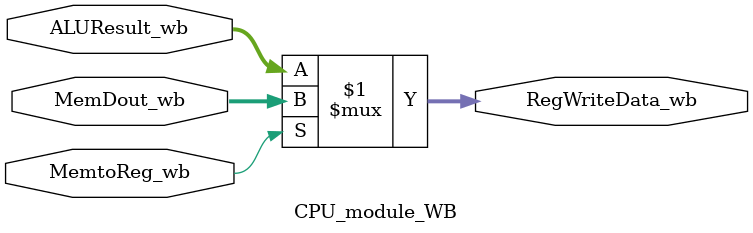
<source format=v>
`timescale 1ns / 1ps
module CPU_module_WB(
	input wire MemtoReg_wb,
	input wire[31:0] MemDout_wb,
	input wire[31:0] ALUResult_wb,
	
	output wire[31:0] RegWriteData_wb
);

	assign RegWriteData_wb=MemtoReg_wb?MemDout_wb:ALUResult_wb;
endmodule

</source>
